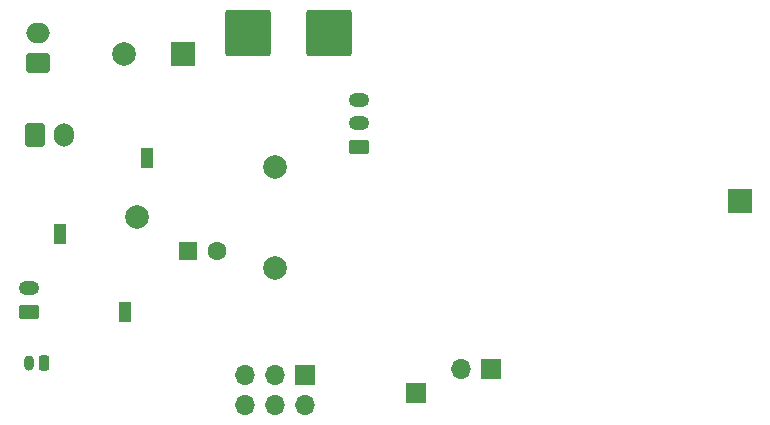
<source format=gbr>
%TF.GenerationSoftware,KiCad,Pcbnew,8.0.7*%
%TF.CreationDate,2025-06-14T22:59:42+12:00*%
%TF.ProjectId,heli_avionics,68656c69-5f61-4766-996f-6e6963732e6b,rev?*%
%TF.SameCoordinates,Original*%
%TF.FileFunction,Soldermask,Bot*%
%TF.FilePolarity,Negative*%
%FSLAX46Y46*%
G04 Gerber Fmt 4.6, Leading zero omitted, Abs format (unit mm)*
G04 Created by KiCad (PCBNEW 8.0.7) date 2025-06-14 22:59:42*
%MOMM*%
%LPD*%
G01*
G04 APERTURE LIST*
G04 Aperture macros list*
%AMRoundRect*
0 Rectangle with rounded corners*
0 $1 Rounding radius*
0 $2 $3 $4 $5 $6 $7 $8 $9 X,Y pos of 4 corners*
0 Add a 4 corners polygon primitive as box body*
4,1,4,$2,$3,$4,$5,$6,$7,$8,$9,$2,$3,0*
0 Add four circle primitives for the rounded corners*
1,1,$1+$1,$2,$3*
1,1,$1+$1,$4,$5*
1,1,$1+$1,$6,$7*
1,1,$1+$1,$8,$9*
0 Add four rect primitives between the rounded corners*
20,1,$1+$1,$2,$3,$4,$5,0*
20,1,$1+$1,$4,$5,$6,$7,0*
20,1,$1+$1,$6,$7,$8,$9,0*
20,1,$1+$1,$8,$9,$2,$3,0*%
G04 Aperture macros list end*
%ADD10C,0.010000*%
%ADD11RoundRect,0.250000X0.625000X-0.350000X0.625000X0.350000X-0.625000X0.350000X-0.625000X-0.350000X0*%
%ADD12O,1.750000X1.200000*%
%ADD13RoundRect,0.250002X-1.699998X-1.699998X1.699998X-1.699998X1.699998X1.699998X-1.699998X1.699998X0*%
%ADD14R,1.700000X1.700000*%
%ADD15O,1.700000X1.700000*%
%ADD16RoundRect,0.250000X-0.600000X-0.750000X0.600000X-0.750000X0.600000X0.750000X-0.600000X0.750000X0*%
%ADD17O,1.700000X2.000000*%
%ADD18RoundRect,0.225000X0.225000X0.425000X-0.225000X0.425000X-0.225000X-0.425000X0.225000X-0.425000X0*%
%ADD19O,0.900000X1.300000*%
%ADD20RoundRect,0.250000X0.750000X-0.600000X0.750000X0.600000X-0.750000X0.600000X-0.750000X-0.600000X0*%
%ADD21O,2.000000X1.700000*%
%ADD22C,2.000000*%
%ADD23RoundRect,0.250001X-0.799999X-0.799999X0.799999X-0.799999X0.799999X0.799999X-0.799999X0.799999X0*%
%ADD24R,1.600000X1.600000*%
%ADD25C,1.600000*%
%ADD26R,2.000000X2.000000*%
G04 APERTURE END LIST*
D10*
X105026000Y-120092000D02*
X105926000Y-120092000D01*
X105926000Y-121692000D01*
X105026000Y-121692000D01*
X105026000Y-120092000D01*
G36*
X105026000Y-120092000D02*
G01*
X105926000Y-120092000D01*
X105926000Y-121692000D01*
X105026000Y-121692000D01*
X105026000Y-120092000D01*
G37*
X110548000Y-126657750D02*
X111448000Y-126657750D01*
X111448000Y-128257750D01*
X110548000Y-128257750D01*
X110548000Y-126657750D01*
G36*
X110548000Y-126657750D02*
G01*
X111448000Y-126657750D01*
X111448000Y-128257750D01*
X110548000Y-128257750D01*
X110548000Y-126657750D01*
G37*
X112392000Y-113608000D02*
X113292000Y-113608000D01*
X113292000Y-115208000D01*
X112392000Y-115208000D01*
X112392000Y-113608000D01*
G36*
X112392000Y-113608000D02*
G01*
X113292000Y-113608000D01*
X113292000Y-115208000D01*
X112392000Y-115208000D01*
X112392000Y-113608000D01*
G37*
D11*
%TO.C,J5*%
X130810000Y-113538000D03*
D12*
X130810000Y-111538000D03*
X130810000Y-109538000D03*
%TD*%
D13*
%TO.C,J6*%
X121412000Y-103886000D03*
%TD*%
D14*
%TO.C,J9*%
X141986000Y-132334000D03*
D15*
X139446000Y-132334000D03*
%TD*%
D16*
%TO.C,J4*%
X103398000Y-112522000D03*
D17*
X105898000Y-112522000D03*
%TD*%
D18*
%TO.C,J7*%
X104140000Y-131826000D03*
D19*
X102890000Y-131826000D03*
%TD*%
D20*
%TO.C,J3*%
X103632000Y-106426000D03*
D21*
X103632000Y-103926000D03*
%TD*%
D11*
%TO.C,J2*%
X102870000Y-127476000D03*
D12*
X102870000Y-125476000D03*
%TD*%
D22*
%TO.C,H1*%
X112000000Y-119500000D03*
%TD*%
D23*
%TO.C,AE1*%
X163068000Y-118110000D03*
%TD*%
D13*
%TO.C,J8*%
X128270000Y-103886000D03*
%TD*%
D14*
%TO.C,J10*%
X135636000Y-134366000D03*
%TD*%
D24*
%TO.C,C23*%
X116332000Y-122377750D03*
D25*
X118832000Y-122377750D03*
%TD*%
D22*
%TO.C,H2*%
X123700000Y-115200000D03*
%TD*%
D26*
%TO.C,C24*%
X115905677Y-105664000D03*
D22*
X110905677Y-105664000D03*
%TD*%
D14*
%TO.C,J1*%
X126223000Y-132837000D03*
D15*
X126223000Y-135377000D03*
X123683000Y-132837000D03*
X123683000Y-135377000D03*
X121143000Y-132837000D03*
X121143000Y-135377000D03*
%TD*%
D22*
%TO.C,H3*%
X123700000Y-123800000D03*
%TD*%
M02*

</source>
